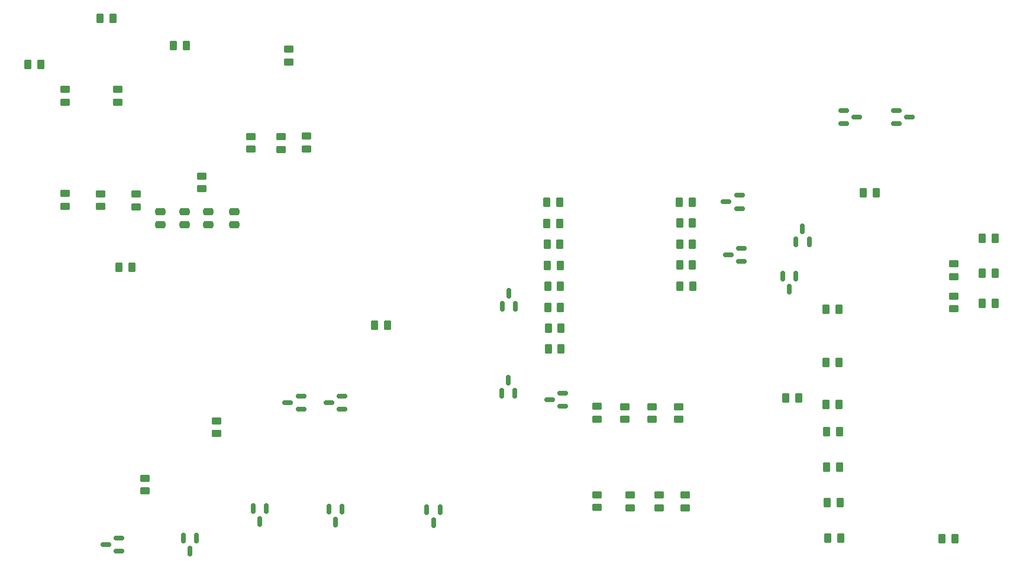
<source format=gbr>
%TF.GenerationSoftware,KiCad,Pcbnew,(6.0.9)*%
%TF.CreationDate,2022-12-05T20:20:54+01:00*%
%TF.ProjectId,projekt,70726f6a-656b-4742-9e6b-696361645f70,rev?*%
%TF.SameCoordinates,Original*%
%TF.FileFunction,Paste,Top*%
%TF.FilePolarity,Positive*%
%FSLAX46Y46*%
G04 Gerber Fmt 4.6, Leading zero omitted, Abs format (unit mm)*
G04 Created by KiCad (PCBNEW (6.0.9)) date 2022-12-05 20:20:54*
%MOMM*%
%LPD*%
G01*
G04 APERTURE LIST*
G04 Aperture macros list*
%AMRoundRect*
0 Rectangle with rounded corners*
0 $1 Rounding radius*
0 $2 $3 $4 $5 $6 $7 $8 $9 X,Y pos of 4 corners*
0 Add a 4 corners polygon primitive as box body*
4,1,4,$2,$3,$4,$5,$6,$7,$8,$9,$2,$3,0*
0 Add four circle primitives for the rounded corners*
1,1,$1+$1,$2,$3*
1,1,$1+$1,$4,$5*
1,1,$1+$1,$6,$7*
1,1,$1+$1,$8,$9*
0 Add four rect primitives between the rounded corners*
20,1,$1+$1,$2,$3,$4,$5,0*
20,1,$1+$1,$4,$5,$6,$7,0*
20,1,$1+$1,$6,$7,$8,$9,0*
20,1,$1+$1,$8,$9,$2,$3,0*%
G04 Aperture macros list end*
%ADD10RoundRect,0.250000X0.450000X-0.262500X0.450000X0.262500X-0.450000X0.262500X-0.450000X-0.262500X0*%
%ADD11RoundRect,0.250000X-0.262500X-0.450000X0.262500X-0.450000X0.262500X0.450000X-0.262500X0.450000X0*%
%ADD12RoundRect,0.250000X-0.450000X0.262500X-0.450000X-0.262500X0.450000X-0.262500X0.450000X0.262500X0*%
%ADD13RoundRect,0.150000X-0.587500X-0.150000X0.587500X-0.150000X0.587500X0.150000X-0.587500X0.150000X0*%
%ADD14RoundRect,0.150000X0.150000X-0.587500X0.150000X0.587500X-0.150000X0.587500X-0.150000X-0.587500X0*%
%ADD15RoundRect,0.250000X0.262500X0.450000X-0.262500X0.450000X-0.262500X-0.450000X0.262500X-0.450000X0*%
%ADD16RoundRect,0.150000X0.587500X0.150000X-0.587500X0.150000X-0.587500X-0.150000X0.587500X-0.150000X0*%
%ADD17RoundRect,0.150000X-0.150000X0.587500X-0.150000X-0.587500X0.150000X-0.587500X0.150000X0.587500X0*%
%ADD18RoundRect,0.250000X-0.475000X0.250000X-0.475000X-0.250000X0.475000X-0.250000X0.475000X0.250000X0*%
%ADD19RoundRect,0.250000X0.475000X-0.250000X0.475000X0.250000X-0.475000X0.250000X-0.475000X-0.250000X0*%
G04 APERTURE END LIST*
D10*
%TO.C,R4*%
X111887000Y-79601700D03*
X111887000Y-77776700D03*
%TD*%
D11*
%TO.C,R15*%
X140794100Y-86410800D03*
X142619100Y-86410800D03*
%TD*%
%TO.C,R17*%
X100763700Y-48539400D03*
X102588700Y-48539400D03*
%TD*%
%TO.C,R23*%
X100941500Y-66522600D03*
X102766500Y-66522600D03*
%TD*%
D12*
%TO.C,R37*%
X31851600Y-47245900D03*
X31851600Y-49070900D03*
%TD*%
D11*
%TO.C,R14*%
X140895700Y-91541600D03*
X142720700Y-91541600D03*
%TD*%
%TO.C,R22*%
X100890700Y-63550800D03*
X102715700Y-63550800D03*
%TD*%
D12*
%TO.C,R28*%
X158978600Y-61952500D03*
X158978600Y-63777500D03*
%TD*%
D11*
%TO.C,R20*%
X100839900Y-57556400D03*
X102664900Y-57556400D03*
%TD*%
D12*
%TO.C,R45*%
X58394600Y-39092500D03*
X58394600Y-40917500D03*
%TD*%
D13*
%TO.C,D7*%
X150725900Y-35397400D03*
X150725900Y-37297400D03*
X152600900Y-36347400D03*
%TD*%
D12*
%TO.C,R35*%
X41986200Y-47347500D03*
X41986200Y-49172500D03*
%TD*%
%TO.C,R12*%
X31826200Y-32361500D03*
X31826200Y-34186500D03*
%TD*%
D14*
%TO.C,D10*%
X136387800Y-54201300D03*
X138287800Y-54201300D03*
X137337800Y-52326300D03*
%TD*%
D15*
%TO.C,R30*%
X159129100Y-96672400D03*
X157304100Y-96672400D03*
%TD*%
D12*
%TO.C,R7*%
X120573800Y-90451300D03*
X120573800Y-92276300D03*
%TD*%
D15*
%TO.C,R46*%
X142542900Y-63804800D03*
X140717900Y-63804800D03*
%TD*%
D16*
%TO.C,D11*%
X128597900Y-57007800D03*
X128597900Y-55107800D03*
X126722900Y-56057800D03*
%TD*%
D11*
%TO.C,R11*%
X140692500Y-77495400D03*
X142517500Y-77495400D03*
%TD*%
D17*
%TO.C,D12*%
X50632400Y-96623900D03*
X48732400Y-96623900D03*
X49682400Y-98498900D03*
%TD*%
D15*
%TO.C,R9*%
X164894900Y-63017400D03*
X163069900Y-63017400D03*
%TD*%
D11*
%TO.C,R18*%
X100763700Y-51536600D03*
X102588700Y-51536600D03*
%TD*%
D17*
%TO.C,D8*%
X136408200Y-59108100D03*
X134508200Y-59108100D03*
X135458200Y-60983100D03*
%TD*%
D12*
%TO.C,R5*%
X116840000Y-90425900D03*
X116840000Y-92250900D03*
%TD*%
D17*
%TO.C,D16*%
X85481200Y-92534500D03*
X83581200Y-92534500D03*
X84531200Y-94409500D03*
%TD*%
D11*
%TO.C,R13*%
X140971900Y-96647000D03*
X142796900Y-96647000D03*
%TD*%
D16*
%TO.C,D1*%
X102994700Y-77759600D03*
X102994700Y-75859600D03*
X101119700Y-76809600D03*
%TD*%
D11*
%TO.C,R44*%
X146026500Y-47193200D03*
X147851500Y-47193200D03*
%TD*%
D15*
%TO.C,R27*%
X164894900Y-58648600D03*
X163069900Y-58648600D03*
%TD*%
D11*
%TO.C,R53*%
X36831900Y-22199600D03*
X38656900Y-22199600D03*
%TD*%
D12*
%TO.C,R49*%
X43256200Y-88038300D03*
X43256200Y-89863300D03*
%TD*%
D10*
%TO.C,R29*%
X158978600Y-59154700D03*
X158978600Y-57329700D03*
%TD*%
D15*
%TO.C,R47*%
X142542900Y-71424800D03*
X140717900Y-71424800D03*
%TD*%
D10*
%TO.C,R32*%
X63804800Y-28446100D03*
X63804800Y-26621100D03*
%TD*%
D12*
%TO.C,R33*%
X62738000Y-39117900D03*
X62738000Y-40942900D03*
%TD*%
D10*
%TO.C,R51*%
X39344600Y-34186500D03*
X39344600Y-32361500D03*
%TD*%
D18*
%TO.C,C4*%
X56032400Y-49875400D03*
X56032400Y-51775400D03*
%TD*%
D10*
%TO.C,R8*%
X119634000Y-79627100D03*
X119634000Y-77802100D03*
%TD*%
D14*
%TO.C,D3*%
X94350800Y-63446900D03*
X96250800Y-63446900D03*
X95300800Y-61571900D03*
%TD*%
D11*
%TO.C,R41*%
X119737500Y-54533800D03*
X121562500Y-54533800D03*
%TD*%
D19*
%TO.C,C1*%
X45466000Y-51775400D03*
X45466000Y-49875400D03*
%TD*%
D15*
%TO.C,R25*%
X41374700Y-57810400D03*
X39549700Y-57810400D03*
%TD*%
D11*
%TO.C,R24*%
X100941500Y-69545200D03*
X102766500Y-69545200D03*
%TD*%
D10*
%TO.C,R2*%
X107899200Y-79576300D03*
X107899200Y-77751300D03*
%TD*%
D12*
%TO.C,R34*%
X51409600Y-44756700D03*
X51409600Y-46581700D03*
%TD*%
D11*
%TO.C,R50*%
X47322100Y-26111200D03*
X49147100Y-26111200D03*
%TD*%
D18*
%TO.C,C2*%
X48895000Y-49850000D03*
X48895000Y-51750000D03*
%TD*%
D15*
%TO.C,R38*%
X77925300Y-66116200D03*
X76100300Y-66116200D03*
%TD*%
D12*
%TO.C,R1*%
X107950000Y-90400500D03*
X107950000Y-92225500D03*
%TD*%
%TO.C,R3*%
X112699800Y-90425900D03*
X112699800Y-92250900D03*
%TD*%
D11*
%TO.C,R21*%
X100865300Y-60528200D03*
X102690300Y-60528200D03*
%TD*%
D12*
%TO.C,R36*%
X36906200Y-47296700D03*
X36906200Y-49121700D03*
%TD*%
D10*
%TO.C,R6*%
X115798600Y-79627100D03*
X115798600Y-77802100D03*
%TD*%
D17*
%TO.C,D15*%
X60614600Y-92382100D03*
X58714600Y-92382100D03*
X59664600Y-94257100D03*
%TD*%
D11*
%TO.C,R16*%
X140794100Y-81381600D03*
X142619100Y-81381600D03*
%TD*%
D16*
%TO.C,D4*%
X71422500Y-78191400D03*
X71422500Y-76291400D03*
X69547500Y-77241400D03*
%TD*%
D14*
%TO.C,D2*%
X94274600Y-75842100D03*
X96174600Y-75842100D03*
X95224600Y-73967100D03*
%TD*%
D11*
%TO.C,R39*%
X119712100Y-48514000D03*
X121537100Y-48514000D03*
%TD*%
D12*
%TO.C,R48*%
X53467000Y-79834100D03*
X53467000Y-81659100D03*
%TD*%
D15*
%TO.C,R10*%
X136777100Y-76581000D03*
X134952100Y-76581000D03*
%TD*%
D11*
%TO.C,R19*%
X100789100Y-54533800D03*
X102614100Y-54533800D03*
%TD*%
%TO.C,R52*%
X26496000Y-28778200D03*
X28321000Y-28778200D03*
%TD*%
%TO.C,R43*%
X119788300Y-60553600D03*
X121613300Y-60553600D03*
%TD*%
D15*
%TO.C,R26*%
X164894900Y-53644800D03*
X163069900Y-53644800D03*
%TD*%
D11*
%TO.C,R40*%
X119737500Y-51511200D03*
X121562500Y-51511200D03*
%TD*%
D17*
%TO.C,D14*%
X71460400Y-92483700D03*
X69560400Y-92483700D03*
X70510400Y-94358700D03*
%TD*%
D16*
%TO.C,D9*%
X128293100Y-49413200D03*
X128293100Y-47513200D03*
X126418100Y-48463200D03*
%TD*%
%TO.C,D13*%
X39494700Y-98511400D03*
X39494700Y-96611400D03*
X37619700Y-97561400D03*
%TD*%
%TO.C,D5*%
X65555100Y-78191400D03*
X65555100Y-76291400D03*
X63680100Y-77241400D03*
%TD*%
D18*
%TO.C,C3*%
X52324000Y-49875400D03*
X52324000Y-51775400D03*
%TD*%
D13*
%TO.C,D6*%
X143232900Y-35372000D03*
X143232900Y-37272000D03*
X145107900Y-36322000D03*
%TD*%
D11*
%TO.C,R42*%
X119737500Y-57531000D03*
X121562500Y-57531000D03*
%TD*%
D12*
%TO.C,R31*%
X66344800Y-39067100D03*
X66344800Y-40892100D03*
%TD*%
M02*

</source>
